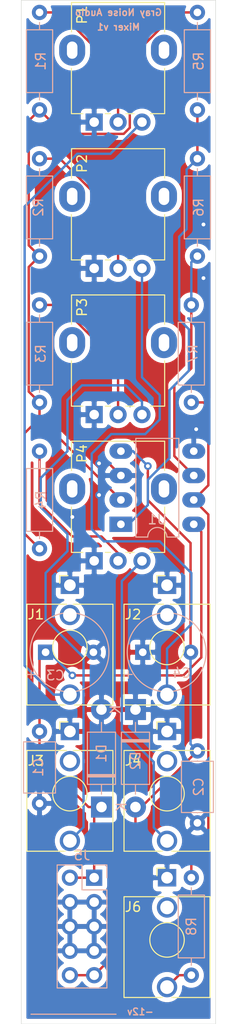
<source format=kicad_pcb>
(kicad_pcb (version 20171130) (host pcbnew 5.1.7-1.fc31)
  (layers (0 F.Cu signal) (31 B.Cu signal) (34 B.Paste user) (35 F.Paste user) (36 B.SilkS user) (37 F.SilkS user) (38 B.Mask user) (39 F.Mask user) (44 Edge.Cuts user))
  (net 0 "")
  (net 1 GND)
  (net 2 +12V)
  (net 3 -12V)
  (net 4 "Net-(J1-PadT)")
  (net 5 "Net-(J2-PadT)")
  (net 6 "Net-(J3-PadT)")
  (net 7 "Net-(J4-PadT)")
  (net 8 "Net-(J6-PadT)")
  (net 9 "Net-(P1-Pad2)")
  (net 10 "Net-(P2-Pad2)")
  (net 11 "Net-(P3-Pad2)")
  (net 12 "Net-(P4-Pad2)")
  (net 13 "Net-(R1-Pad1)")
  (net 14 "Net-(R5-Pad1)")
  (net 15 "Net-(R6-Pad1)")
  (net 16 "Net-(R7-Pad1)")
  (module Package_DIP:DIP-8_W7.62mm_LongPads (layer B.Cu) (at 35.814 74.93)
    (fp_text reference U1 (at 3.81 -0.508) (layer B.SilkS) (effects (justify mirror)))
    (fp_text value TL072)
    (fp_arc (start 3.81 1.33) (end 2.81 1.33) (angle 180) (layer B.SilkS) (width 0.12))
    (fp_line (start 2.81 1.33) (end 1.56 1.33) (layer B.SilkS) (width 0.12))
    (fp_line (start 1.56 1.33) (end 1.56 -8.95) (layer B.SilkS) (width 0.12))
    (fp_line (start 1.56 -8.95) (end 6.06 -8.95) (layer B.SilkS) (width 0.12))
    (fp_line (start 6.06 -8.95) (end 6.06 1.33) (layer B.SilkS) (width 0.12))
    (fp_line (start 6.06 1.33) (end 4.81 1.33) (layer B.SilkS) (width 0.12))
    (pad 8 thru_hole oval (at 7.62 0) (size 2.4 1.6) (drill 0.8) (layers *.Cu *.Mask) (net 2 +12V))
    (pad 4 thru_hole oval (at 0 -7.62) (size 2.4 1.6) (drill 0.8) (layers *.Cu *.Mask) (net 3 -12V))
    (pad 7 thru_hole oval (at 7.62 -2.54) (size 2.4 1.6) (drill 0.8) (layers *.Cu *.Mask) (net 16 "Net-(R7-Pad1)"))
    (pad 3 thru_hole oval (at 0 -5.08) (size 2.4 1.6) (drill 0.8) (layers *.Cu *.Mask) (net 1 GND))
    (pad 6 thru_hole oval (at 7.62 -5.08) (size 2.4 1.6) (drill 0.8) (layers *.Cu *.Mask) (net 15 "Net-(R6-Pad1)"))
    (pad 2 thru_hole oval (at 0 -2.54) (size 2.4 1.6) (drill 0.8) (layers *.Cu *.Mask) (net 13 "Net-(R1-Pad1)"))
    (pad 5 thru_hole oval (at 7.62 -7.62) (size 2.4 1.6) (drill 0.8) (layers *.Cu *.Mask) (net 1 GND))
    (pad 1 thru_hole rect (at 0 0) (size 2.4 1.6) (drill 0.8) (layers *.Cu *.Mask) (net 14 "Net-(R5-Pad1)"))
  )
  (module Resistor_THT:R_Axial_DIN0207_L6.3mm_D2.5mm_P10.16mm_Horizontal (layer B.Cu) (at 43.18 121.92 90)
    (fp_text reference R8 (at 5.08 0 270) (layer B.SilkS) (effects (justify mirror)))
    (fp_text value 1K)
    (fp_line (start 1.81 1.37) (end 1.81 -1.37) (layer B.SilkS) (width 0.12))
    (fp_line (start 1.81 -1.37) (end 8.35 -1.37) (layer B.SilkS) (width 0.12))
    (fp_line (start 8.35 -1.37) (end 8.35 1.37) (layer B.SilkS) (width 0.12))
    (fp_line (start 8.35 1.37) (end 1.81 1.37) (layer B.SilkS) (width 0.12))
    (fp_line (start 1.04 0) (end 1.81 0) (layer B.SilkS) (width 0.12))
    (fp_line (start 9.12 0) (end 8.35 0) (layer B.SilkS) (width 0.12))
    (pad 2 thru_hole oval (at 10.16 0 90) (size 1.6 1.6) (drill 0.8) (layers *.Cu *.Mask) (net 16 "Net-(R7-Pad1)"))
    (pad 1 thru_hole circle (at 0 0 90) (size 1.6 1.6) (drill 0.8) (layers *.Cu *.Mask) (net 8 "Net-(J6-PadT)"))
  )
  (module Resistor_THT:R_Axial_DIN0207_L6.3mm_D2.5mm_P10.16mm_Horizontal (layer B.Cu) (at 43.18 62.23 90)
    (fp_text reference R7 (at 5.08 0.127 270) (layer B.SilkS) (effects (justify mirror)))
    (fp_text value 200K)
    (fp_line (start 1.81 1.37) (end 1.81 -1.37) (layer B.SilkS) (width 0.12))
    (fp_line (start 1.81 -1.37) (end 8.35 -1.37) (layer B.SilkS) (width 0.12))
    (fp_line (start 8.35 -1.37) (end 8.35 1.37) (layer B.SilkS) (width 0.12))
    (fp_line (start 8.35 1.37) (end 1.81 1.37) (layer B.SilkS) (width 0.12))
    (fp_line (start 1.04 0) (end 1.81 0) (layer B.SilkS) (width 0.12))
    (fp_line (start 9.12 0) (end 8.35 0) (layer B.SilkS) (width 0.12))
    (pad 2 thru_hole oval (at 10.16 0 90) (size 1.6 1.6) (drill 0.8) (layers *.Cu *.Mask) (net 15 "Net-(R6-Pad1)"))
    (pad 1 thru_hole circle (at 0 0 90) (size 1.6 1.6) (drill 0.8) (layers *.Cu *.Mask) (net 16 "Net-(R7-Pad1)"))
  )
  (module Resistor_THT:R_Axial_DIN0207_L6.3mm_D2.5mm_P10.16mm_Horizontal (layer B.Cu) (at 43.815 46.99 90)
    (fp_text reference R6 (at 5.08 0.127 270) (layer B.SilkS) (effects (justify mirror)))
    (fp_text value 200K)
    (fp_line (start 1.81 1.37) (end 1.81 -1.37) (layer B.SilkS) (width 0.12))
    (fp_line (start 1.81 -1.37) (end 8.35 -1.37) (layer B.SilkS) (width 0.12))
    (fp_line (start 8.35 -1.37) (end 8.35 1.37) (layer B.SilkS) (width 0.12))
    (fp_line (start 8.35 1.37) (end 1.81 1.37) (layer B.SilkS) (width 0.12))
    (fp_line (start 1.04 0) (end 1.81 0) (layer B.SilkS) (width 0.12))
    (fp_line (start 9.12 0) (end 8.35 0) (layer B.SilkS) (width 0.12))
    (pad 2 thru_hole oval (at 10.16 0 90) (size 1.6 1.6) (drill 0.8) (layers *.Cu *.Mask) (net 14 "Net-(R5-Pad1)"))
    (pad 1 thru_hole circle (at 0 0 90) (size 1.6 1.6) (drill 0.8) (layers *.Cu *.Mask) (net 15 "Net-(R6-Pad1)"))
  )
  (module Resistor_THT:R_Axial_DIN0207_L6.3mm_D2.5mm_P10.16mm_Horizontal (layer B.Cu) (at 43.815 31.75 90)
    (fp_text reference R5 (at 5.08 0.127 90) (layer B.SilkS) (effects (justify mirror)))
    (fp_text value 200K)
    (fp_line (start 1.81 1.37) (end 1.81 -1.37) (layer B.SilkS) (width 0.12))
    (fp_line (start 1.81 -1.37) (end 8.35 -1.37) (layer B.SilkS) (width 0.12))
    (fp_line (start 8.35 -1.37) (end 8.35 1.37) (layer B.SilkS) (width 0.12))
    (fp_line (start 8.35 1.37) (end 1.81 1.37) (layer B.SilkS) (width 0.12))
    (fp_line (start 1.04 0) (end 1.81 0) (layer B.SilkS) (width 0.12))
    (fp_line (start 9.12 0) (end 8.35 0) (layer B.SilkS) (width 0.12))
    (pad 2 thru_hole oval (at 10.16 0 90) (size 1.6 1.6) (drill 0.8) (layers *.Cu *.Mask) (net 13 "Net-(R1-Pad1)"))
    (pad 1 thru_hole circle (at 0 0 90) (size 1.6 1.6) (drill 0.8) (layers *.Cu *.Mask) (net 14 "Net-(R5-Pad1)"))
  )
  (module Resistor_THT:R_Axial_DIN0207_L6.3mm_D2.5mm_P10.16mm_Horizontal (layer B.Cu) (at 27.305 77.47 90)
    (fp_text reference R4 (at 5.08 0.127 270) (layer B.SilkS) (effects (justify mirror)))
    (fp_text value 200K)
    (fp_line (start 1.81 1.37) (end 1.81 -1.37) (layer B.SilkS) (width 0.12))
    (fp_line (start 1.81 -1.37) (end 8.35 -1.37) (layer B.SilkS) (width 0.12))
    (fp_line (start 8.35 -1.37) (end 8.35 1.37) (layer B.SilkS) (width 0.12))
    (fp_line (start 8.35 1.37) (end 1.81 1.37) (layer B.SilkS) (width 0.12))
    (fp_line (start 1.04 0) (end 1.81 0) (layer B.SilkS) (width 0.12))
    (fp_line (start 9.12 0) (end 8.35 0) (layer B.SilkS) (width 0.12))
    (pad 2 thru_hole oval (at 10.16 0 90) (size 1.6 1.6) (drill 0.8) (layers *.Cu *.Mask) (net 12 "Net-(P4-Pad2)"))
    (pad 1 thru_hole circle (at 0 0 90) (size 1.6 1.6) (drill 0.8) (layers *.Cu *.Mask) (net 13 "Net-(R1-Pad1)"))
  )
  (module Resistor_THT:R_Axial_DIN0207_L6.3mm_D2.5mm_P10.16mm_Horizontal (layer B.Cu) (at 27.305 62.23 90)
    (fp_text reference R3 (at 5.08 0.127 270) (layer B.SilkS) (effects (justify mirror)))
    (fp_text value 200K)
    (fp_line (start 1.81 1.37) (end 1.81 -1.37) (layer B.SilkS) (width 0.12))
    (fp_line (start 1.81 -1.37) (end 8.35 -1.37) (layer B.SilkS) (width 0.12))
    (fp_line (start 8.35 -1.37) (end 8.35 1.37) (layer B.SilkS) (width 0.12))
    (fp_line (start 8.35 1.37) (end 1.81 1.37) (layer B.SilkS) (width 0.12))
    (fp_line (start 1.04 0) (end 1.81 0) (layer B.SilkS) (width 0.12))
    (fp_line (start 9.12 0) (end 8.35 0) (layer B.SilkS) (width 0.12))
    (pad 2 thru_hole oval (at 10.16 0 90) (size 1.6 1.6) (drill 0.8) (layers *.Cu *.Mask) (net 11 "Net-(P3-Pad2)"))
    (pad 1 thru_hole circle (at 0 0 90) (size 1.6 1.6) (drill 0.8) (layers *.Cu *.Mask) (net 13 "Net-(R1-Pad1)"))
  )
  (module Resistor_THT:R_Axial_DIN0207_L6.3mm_D2.5mm_P10.16mm_Horizontal (layer B.Cu) (at 27.305 46.99 90)
    (fp_text reference R2 (at 5.08 -0.127 270) (layer B.SilkS) (effects (justify mirror)))
    (fp_text value 200K)
    (fp_line (start 1.81 1.37) (end 1.81 -1.37) (layer B.SilkS) (width 0.12))
    (fp_line (start 1.81 -1.37) (end 8.35 -1.37) (layer B.SilkS) (width 0.12))
    (fp_line (start 8.35 -1.37) (end 8.35 1.37) (layer B.SilkS) (width 0.12))
    (fp_line (start 8.35 1.37) (end 1.81 1.37) (layer B.SilkS) (width 0.12))
    (fp_line (start 1.04 0) (end 1.81 0) (layer B.SilkS) (width 0.12))
    (fp_line (start 9.12 0) (end 8.35 0) (layer B.SilkS) (width 0.12))
    (pad 2 thru_hole oval (at 10.16 0 90) (size 1.6 1.6) (drill 0.8) (layers *.Cu *.Mask) (net 10 "Net-(P2-Pad2)"))
    (pad 1 thru_hole circle (at 0 0 90) (size 1.6 1.6) (drill 0.8) (layers *.Cu *.Mask) (net 13 "Net-(R1-Pad1)"))
  )
  (module Resistor_THT:R_Axial_DIN0207_L6.3mm_D2.5mm_P10.16mm_Horizontal (layer B.Cu) (at 27.305 31.75 90)
    (fp_text reference R1 (at 5.08 0.127 270) (layer B.SilkS) (effects (justify mirror)))
    (fp_text value 200K)
    (fp_line (start 1.81 1.37) (end 1.81 -1.37) (layer B.SilkS) (width 0.12))
    (fp_line (start 1.81 -1.37) (end 8.35 -1.37) (layer B.SilkS) (width 0.12))
    (fp_line (start 8.35 -1.37) (end 8.35 1.37) (layer B.SilkS) (width 0.12))
    (fp_line (start 8.35 1.37) (end 1.81 1.37) (layer B.SilkS) (width 0.12))
    (fp_line (start 1.04 0) (end 1.81 0) (layer B.SilkS) (width 0.12))
    (fp_line (start 9.12 0) (end 8.35 0) (layer B.SilkS) (width 0.12))
    (pad 2 thru_hole oval (at 10.16 0 90) (size 1.6 1.6) (drill 0.8) (layers *.Cu *.Mask) (net 9 "Net-(P1-Pad2)"))
    (pad 1 thru_hole circle (at 0 0 90) (size 1.6 1.6) (drill 0.8) (layers *.Cu *.Mask) (net 13 "Net-(R1-Pad1)"))
  )
  (module Potentiometer_THT:Potentiometer_Alpha_RD901F-40-00D_Single_Vertical (layer F.Cu) (at 33.02 78.74 90)
    (fp_text reference P4 (at 11.176 -1.27 270) (layer F.SilkS))
    (fp_text value 100K)
    (fp_line (start 12.47 7.37) (end 12.47 -2.37) (layer F.SilkS) (width 0.12))
    (fp_line (start 0.88 7.37) (end 0.88 5.88) (layer F.SilkS) (width 0.12))
    (fp_line (start 9.41 7.37) (end 12.47 7.37) (layer F.SilkS) (width 0.12))
    (fp_line (start 0.88 -2.38) (end 5.6 -2.38) (layer F.SilkS) (width 0.12))
    (fp_line (start 9.41 -2.37) (end 12.47 -2.37) (layer F.SilkS) (width 0.12))
    (fp_line (start 0.88 7.37) (end 5.6 7.37) (layer F.SilkS) (width 0.12))
    (fp_line (start 0.88 -1.19) (end 0.88 -2.37) (layer F.SilkS) (width 0.12))
    (fp_line (start 0.88 1.71) (end 0.88 1.18) (layer F.SilkS) (width 0.12))
    (fp_line (start 0.88 4.16) (end 0.88 3.33) (layer F.SilkS) (width 0.12))
    (pad "" thru_hole oval (at 7.5 -2.3 180) (size 2.72 3.24) (drill oval 1.1 1.8) (layers *.Cu *.Mask))
    (pad "" thru_hole oval (at 7.5 7.3 180) (size 2.72 3.24) (drill oval 1.1 1.8) (layers *.Cu *.Mask))
    (pad 3 thru_hole circle (at 0 5 180) (size 1.8 1.8) (drill 1) (layers *.Cu *.Mask) (net 7 "Net-(J4-PadT)"))
    (pad 2 thru_hole circle (at 0 2.5 180) (size 1.8 1.8) (drill 1) (layers *.Cu *.Mask) (net 12 "Net-(P4-Pad2)"))
    (pad 1 thru_hole rect (at 0 0 180) (size 1.8 1.8) (drill 1) (layers *.Cu *.Mask) (net 1 GND))
  )
  (module Potentiometer_THT:Potentiometer_Alpha_RD901F-40-00D_Single_Vertical (layer F.Cu) (at 33.02 63.5 90)
    (fp_text reference P3 (at 11.176 -1.27 270) (layer F.SilkS))
    (fp_text value 100K)
    (fp_line (start 12.47 7.37) (end 12.47 -2.37) (layer F.SilkS) (width 0.12))
    (fp_line (start 0.88 7.37) (end 0.88 5.88) (layer F.SilkS) (width 0.12))
    (fp_line (start 9.41 7.37) (end 12.47 7.37) (layer F.SilkS) (width 0.12))
    (fp_line (start 0.88 -2.38) (end 5.6 -2.38) (layer F.SilkS) (width 0.12))
    (fp_line (start 9.41 -2.37) (end 12.47 -2.37) (layer F.SilkS) (width 0.12))
    (fp_line (start 0.88 7.37) (end 5.6 7.37) (layer F.SilkS) (width 0.12))
    (fp_line (start 0.88 -1.19) (end 0.88 -2.37) (layer F.SilkS) (width 0.12))
    (fp_line (start 0.88 1.71) (end 0.88 1.18) (layer F.SilkS) (width 0.12))
    (fp_line (start 0.88 4.16) (end 0.88 3.33) (layer F.SilkS) (width 0.12))
    (pad "" thru_hole oval (at 7.5 -2.3 180) (size 2.72 3.24) (drill oval 1.1 1.8) (layers *.Cu *.Mask))
    (pad "" thru_hole oval (at 7.5 7.3 180) (size 2.72 3.24) (drill oval 1.1 1.8) (layers *.Cu *.Mask))
    (pad 3 thru_hole circle (at 0 5 180) (size 1.8 1.8) (drill 1) (layers *.Cu *.Mask) (net 6 "Net-(J3-PadT)"))
    (pad 2 thru_hole circle (at 0 2.5 180) (size 1.8 1.8) (drill 1) (layers *.Cu *.Mask) (net 11 "Net-(P3-Pad2)"))
    (pad 1 thru_hole rect (at 0 0 180) (size 1.8 1.8) (drill 1) (layers *.Cu *.Mask) (net 1 GND))
  )
  (module Potentiometer_THT:Potentiometer_Alpha_RD901F-40-00D_Single_Vertical (layer F.Cu) (at 33.02 48.26 90)
    (fp_text reference P2 (at 10.922 -1.27 270) (layer F.SilkS))
    (fp_text value 100K)
    (fp_line (start 12.47 7.37) (end 12.47 -2.37) (layer F.SilkS) (width 0.12))
    (fp_line (start 0.88 7.37) (end 0.88 5.88) (layer F.SilkS) (width 0.12))
    (fp_line (start 9.41 7.37) (end 12.47 7.37) (layer F.SilkS) (width 0.12))
    (fp_line (start 0.88 -2.38) (end 5.6 -2.38) (layer F.SilkS) (width 0.12))
    (fp_line (start 9.41 -2.37) (end 12.47 -2.37) (layer F.SilkS) (width 0.12))
    (fp_line (start 0.88 7.37) (end 5.6 7.37) (layer F.SilkS) (width 0.12))
    (fp_line (start 0.88 -1.19) (end 0.88 -2.37) (layer F.SilkS) (width 0.12))
    (fp_line (start 0.88 1.71) (end 0.88 1.18) (layer F.SilkS) (width 0.12))
    (fp_line (start 0.88 4.16) (end 0.88 3.33) (layer F.SilkS) (width 0.12))
    (pad "" thru_hole oval (at 7.5 -2.3 180) (size 2.72 3.24) (drill oval 1.1 1.8) (layers *.Cu *.Mask))
    (pad "" thru_hole oval (at 7.5 7.3 180) (size 2.72 3.24) (drill oval 1.1 1.8) (layers *.Cu *.Mask))
    (pad 3 thru_hole circle (at 0 5 180) (size 1.8 1.8) (drill 1) (layers *.Cu *.Mask) (net 5 "Net-(J2-PadT)"))
    (pad 2 thru_hole circle (at 0 2.5 180) (size 1.8 1.8) (drill 1) (layers *.Cu *.Mask) (net 10 "Net-(P2-Pad2)"))
    (pad 1 thru_hole rect (at 0 0 180) (size 1.8 1.8) (drill 1) (layers *.Cu *.Mask) (net 1 GND))
  )
  (module Potentiometer_THT:Potentiometer_Alpha_RD901F-40-00D_Single_Vertical (layer F.Cu) (at 33.02 33.02 90)
    (fp_text reference P1 (at 11.176 -1.27 270) (layer F.SilkS))
    (fp_text value 100K)
    (fp_line (start 12.47 7.37) (end 12.47 -2.37) (layer F.SilkS) (width 0.12))
    (fp_line (start 0.88 7.37) (end 0.88 5.88) (layer F.SilkS) (width 0.12))
    (fp_line (start 9.41 7.37) (end 12.47 7.37) (layer F.SilkS) (width 0.12))
    (fp_line (start 0.88 -2.38) (end 5.6 -2.38) (layer F.SilkS) (width 0.12))
    (fp_line (start 9.41 -2.37) (end 12.47 -2.37) (layer F.SilkS) (width 0.12))
    (fp_line (start 0.88 7.37) (end 5.6 7.37) (layer F.SilkS) (width 0.12))
    (fp_line (start 0.88 -1.19) (end 0.88 -2.37) (layer F.SilkS) (width 0.12))
    (fp_line (start 0.88 1.71) (end 0.88 1.18) (layer F.SilkS) (width 0.12))
    (fp_line (start 0.88 4.16) (end 0.88 3.33) (layer F.SilkS) (width 0.12))
    (pad "" thru_hole oval (at 7.5 -2.3 180) (size 2.72 3.24) (drill oval 1.1 1.8) (layers *.Cu *.Mask))
    (pad "" thru_hole oval (at 7.5 7.3 180) (size 2.72 3.24) (drill oval 1.1 1.8) (layers *.Cu *.Mask))
    (pad 3 thru_hole circle (at 0 5 180) (size 1.8 1.8) (drill 1) (layers *.Cu *.Mask) (net 4 "Net-(J1-PadT)"))
    (pad 2 thru_hole circle (at 0 2.5 180) (size 1.8 1.8) (drill 1) (layers *.Cu *.Mask) (net 9 "Net-(P1-Pad2)"))
    (pad 1 thru_hole rect (at 0 0 180) (size 1.8 1.8) (drill 1) (layers *.Cu *.Mask) (net 1 GND))
  )
  (module Connector_Audio:Jack_3.5mm_QingPu_WQP-PJ398SM_Vertical_CircularHoles (layer F.Cu) (at 40.64 111.76)
    (fp_text reference J6 (at -3.556 3.048 180) (layer F.SilkS))
    (fp_text value AudioJack2)
    (fp_line (start -1.06 -1) (end -0.2 -1) (layer F.SilkS) (width 0.12))
    (fp_line (start -1.06 -1) (end -1.06 -0.2) (layer F.SilkS) (width 0.12))
    (fp_circle (center 0 6.48) (end 1.8 6.48) (layer F.SilkS) (width 0.12))
    (fp_line (start -0.35 1.98) (end -4.5 1.98) (layer F.SilkS) (width 0.12))
    (fp_line (start 4.5 1.98) (end 0.35 1.98) (layer F.SilkS) (width 0.12))
    (fp_line (start -0.5 12.48) (end -4.5 12.48) (layer F.SilkS) (width 0.12))
    (fp_line (start 4.5 12.48) (end 0.5 12.48) (layer F.SilkS) (width 0.12))
    (fp_line (start 4.5 1.98) (end 4.5 12.48) (layer F.SilkS) (width 0.12))
    (fp_line (start -4.5 1.98) (end -4.5 12.48) (layer F.SilkS) (width 0.12))
    (pad TN thru_hole circle (at 0 3.1 180) (size 2.13 2.13) (drill 1.42) (layers *.Cu *.Mask))
    (pad S thru_hole rect (at 0 0 180) (size 1.93 1.83) (drill 1.22) (layers *.Cu *.Mask) (net 1 GND))
    (pad T thru_hole circle (at 0 11.4 180) (size 2.13 2.13) (drill 1.43) (layers *.Cu *.Mask) (net 8 "Net-(J6-PadT)"))
  )
  (module Connector_PinHeader_2.54mm:PinHeader_2x05_P2.54mm_Vertical (layer B.Cu) (at 33.02 111.76 180)
    (fp_text reference J5 (at 1.27 2.33) (layer B.SilkS) (effects (justify mirror)))
    (fp_text value Conn_02x05_Odd_Even)
    (fp_line (start -1.33 -11.49) (end 3.87 -11.49) (layer B.SilkS) (width 0.12))
    (fp_line (start -1.33 -1.27) (end -1.33 -11.49) (layer B.SilkS) (width 0.12))
    (fp_line (start 3.87 1.33) (end 3.87 -11.49) (layer B.SilkS) (width 0.12))
    (fp_line (start -1.33 -1.27) (end 1.27 -1.27) (layer B.SilkS) (width 0.12))
    (fp_line (start 1.27 -1.27) (end 1.27 1.33) (layer B.SilkS) (width 0.12))
    (fp_line (start 1.27 1.33) (end 3.87 1.33) (layer B.SilkS) (width 0.12))
    (fp_line (start -1.33 0) (end -1.33 1.33) (layer B.SilkS) (width 0.12))
    (fp_line (start -1.33 1.33) (end 0 1.33) (layer B.SilkS) (width 0.12))
    (pad 10 thru_hole oval (at 2.54 -10.16 180) (size 1.7 1.7) (drill 1) (layers *.Cu *.Mask) (net 3 -12V))
    (pad 9 thru_hole oval (at 0 -10.16 180) (size 1.7 1.7) (drill 1) (layers *.Cu *.Mask) (net 3 -12V))
    (pad 8 thru_hole oval (at 2.54 -7.62 180) (size 1.7 1.7) (drill 1) (layers *.Cu *.Mask) (net 1 GND))
    (pad 7 thru_hole oval (at 0 -7.62 180) (size 1.7 1.7) (drill 1) (layers *.Cu *.Mask) (net 1 GND))
    (pad 6 thru_hole oval (at 2.54 -5.08 180) (size 1.7 1.7) (drill 1) (layers *.Cu *.Mask) (net 1 GND))
    (pad 5 thru_hole oval (at 0 -5.08 180) (size 1.7 1.7) (drill 1) (layers *.Cu *.Mask) (net 1 GND))
    (pad 4 thru_hole oval (at 2.54 -2.54 180) (size 1.7 1.7) (drill 1) (layers *.Cu *.Mask) (net 1 GND))
    (pad 3 thru_hole oval (at 0 -2.54 180) (size 1.7 1.7) (drill 1) (layers *.Cu *.Mask) (net 1 GND))
    (pad 2 thru_hole oval (at 2.54 0 180) (size 1.7 1.7) (drill 1) (layers *.Cu *.Mask) (net 2 +12V))
    (pad 1 thru_hole rect (at 0 0 180) (size 1.7 1.7) (drill 1) (layers *.Cu *.Mask) (net 2 +12V))
  )
  (module Connector_Audio:Jack_3.5mm_QingPu_WQP-PJ398SM_Vertical_CircularHoles (layer F.Cu) (at 40.64 96.52)
    (fp_text reference J4 (at -3.556 3.048 180) (layer F.SilkS))
    (fp_text value AudioJack2)
    (fp_line (start -4.5 1.98) (end -4.5 12.48) (layer F.SilkS) (width 0.12))
    (fp_line (start 4.5 1.98) (end 4.5 12.48) (layer F.SilkS) (width 0.12))
    (fp_line (start 4.5 12.48) (end 0.5 12.48) (layer F.SilkS) (width 0.12))
    (fp_line (start -0.5 12.48) (end -4.5 12.48) (layer F.SilkS) (width 0.12))
    (fp_line (start 4.5 1.98) (end 0.35 1.98) (layer F.SilkS) (width 0.12))
    (fp_line (start -0.35 1.98) (end -4.5 1.98) (layer F.SilkS) (width 0.12))
    (fp_circle (center 0 6.48) (end 1.8 6.48) (layer F.SilkS) (width 0.12))
    (fp_line (start -1.06 -1) (end -1.06 -0.2) (layer F.SilkS) (width 0.12))
    (fp_line (start -1.06 -1) (end -0.2 -1) (layer F.SilkS) (width 0.12))
    (pad T thru_hole circle (at 0 11.4 180) (size 2.13 2.13) (drill 1.43) (layers *.Cu *.Mask) (net 7 "Net-(J4-PadT)"))
    (pad S thru_hole rect (at 0 0 180) (size 1.93 1.83) (drill 1.22) (layers *.Cu *.Mask) (net 1 GND))
    (pad TN thru_hole circle (at 0 3.1 180) (size 2.13 2.13) (drill 1.42) (layers *.Cu *.Mask))
  )
  (module Connector_Audio:Jack_3.5mm_QingPu_WQP-PJ398SM_Vertical_CircularHoles (layer F.Cu) (at 30.48 96.52)
    (fp_text reference J3 (at -3.556 3.048 180) (layer F.SilkS))
    (fp_text value AudioJack2)
    (fp_line (start -1.06 -1) (end -0.2 -1) (layer F.SilkS) (width 0.12))
    (fp_line (start -1.06 -1) (end -1.06 -0.2) (layer F.SilkS) (width 0.12))
    (fp_circle (center 0 6.48) (end 1.8 6.48) (layer F.SilkS) (width 0.12))
    (fp_line (start -0.35 1.98) (end -4.5 1.98) (layer F.SilkS) (width 0.12))
    (fp_line (start 4.5 1.98) (end 0.35 1.98) (layer F.SilkS) (width 0.12))
    (fp_line (start -0.5 12.48) (end -4.5 12.48) (layer F.SilkS) (width 0.12))
    (fp_line (start 4.5 12.48) (end 0.5 12.48) (layer F.SilkS) (width 0.12))
    (fp_line (start 4.5 1.98) (end 4.5 12.48) (layer F.SilkS) (width 0.12))
    (fp_line (start -4.5 1.98) (end -4.5 12.48) (layer F.SilkS) (width 0.12))
    (pad TN thru_hole circle (at 0 3.1 180) (size 2.13 2.13) (drill 1.42) (layers *.Cu *.Mask))
    (pad S thru_hole rect (at 0 0 180) (size 1.93 1.83) (drill 1.22) (layers *.Cu *.Mask) (net 1 GND))
    (pad T thru_hole circle (at 0 11.4 180) (size 2.13 2.13) (drill 1.43) (layers *.Cu *.Mask) (net 6 "Net-(J3-PadT)"))
  )
  (module Connector_Audio:Jack_3.5mm_QingPu_WQP-PJ398SM_Vertical_CircularHoles (layer F.Cu) (at 40.64 81.28)
    (fp_text reference J2 (at -3.556 3.048 180) (layer F.SilkS))
    (fp_text value AudioJack2)
    (fp_line (start -4.5 1.98) (end -4.5 12.48) (layer F.SilkS) (width 0.12))
    (fp_line (start 4.5 1.98) (end 4.5 12.48) (layer F.SilkS) (width 0.12))
    (fp_line (start 4.5 12.48) (end 0.5 12.48) (layer F.SilkS) (width 0.12))
    (fp_line (start -0.5 12.48) (end -4.5 12.48) (layer F.SilkS) (width 0.12))
    (fp_line (start 4.5 1.98) (end 0.35 1.98) (layer F.SilkS) (width 0.12))
    (fp_line (start -0.35 1.98) (end -4.5 1.98) (layer F.SilkS) (width 0.12))
    (fp_circle (center 0 6.48) (end 1.8 6.48) (layer F.SilkS) (width 0.12))
    (fp_line (start -1.06 -1) (end -1.06 -0.2) (layer F.SilkS) (width 0.12))
    (fp_line (start -1.06 -1) (end -0.2 -1) (layer F.SilkS) (width 0.12))
    (pad T thru_hole circle (at 0 11.4 180) (size 2.13 2.13) (drill 1.43) (layers *.Cu *.Mask) (net 5 "Net-(J2-PadT)"))
    (pad S thru_hole rect (at 0 0 180) (size 1.93 1.83) (drill 1.22) (layers *.Cu *.Mask) (net 1 GND))
    (pad TN thru_hole circle (at 0 3.1 180) (size 2.13 2.13) (drill 1.42) (layers *.Cu *.Mask))
  )
  (module Connector_Audio:Jack_3.5mm_QingPu_WQP-PJ398SM_Vertical_CircularHoles (layer F.Cu) (at 30.48 81.28)
    (fp_text reference J1 (at -3.556 3.048 180) (layer F.SilkS))
    (fp_text value AudioJack2)
    (fp_line (start -4.5 1.98) (end -4.5 12.48) (layer F.SilkS) (width 0.12))
    (fp_line (start 4.5 1.98) (end 4.5 12.48) (layer F.SilkS) (width 0.12))
    (fp_line (start 4.5 12.48) (end 0.5 12.48) (layer F.SilkS) (width 0.12))
    (fp_line (start -0.5 12.48) (end -4.5 12.48) (layer F.SilkS) (width 0.12))
    (fp_line (start 4.5 1.98) (end 0.35 1.98) (layer F.SilkS) (width 0.12))
    (fp_line (start -0.35 1.98) (end -4.5 1.98) (layer F.SilkS) (width 0.12))
    (fp_circle (center 0 6.48) (end 1.8 6.48) (layer F.SilkS) (width 0.12))
    (fp_line (start -1.06 -1) (end -1.06 -0.2) (layer F.SilkS) (width 0.12))
    (fp_line (start -1.06 -1) (end -0.2 -1) (layer F.SilkS) (width 0.12))
    (pad T thru_hole circle (at 0 11.4 180) (size 2.13 2.13) (drill 1.43) (layers *.Cu *.Mask) (net 4 "Net-(J1-PadT)"))
    (pad S thru_hole rect (at 0 0 180) (size 1.93 1.83) (drill 1.22) (layers *.Cu *.Mask) (net 1 GND))
    (pad TN thru_hole circle (at 0 3.1 180) (size 2.13 2.13) (drill 1.42) (layers *.Cu *.Mask))
  )
  (module Diode_THT:D_DO-41_SOD81_P10.16mm_Horizontal (layer B.Cu) (at 37.338 94.234 270)
    (fp_text reference D2 (at 5.334 0 270) (layer B.SilkS) (effects (justify mirror)))
    (fp_text value 1N4001)
    (fp_text user K (at 0 2.1 270) (layer B.SilkS) (effects (justify mirror)))
    (fp_line (start 2.36 1.47) (end 2.36 -1.47) (layer B.SilkS) (width 0.12))
    (fp_line (start 2.36 -1.47) (end 7.8 -1.47) (layer B.SilkS) (width 0.12))
    (fp_line (start 7.8 -1.47) (end 7.8 1.47) (layer B.SilkS) (width 0.12))
    (fp_line (start 7.8 1.47) (end 2.36 1.47) (layer B.SilkS) (width 0.12))
    (fp_line (start 1.34 0) (end 2.36 0) (layer B.SilkS) (width 0.12))
    (fp_line (start 8.82 0) (end 7.8 0) (layer B.SilkS) (width 0.12))
    (fp_line (start 3.26 1.47) (end 3.26 -1.47) (layer B.SilkS) (width 0.12))
    (fp_line (start 3.38 1.47) (end 3.38 -1.47) (layer B.SilkS) (width 0.12))
    (fp_line (start 3.14 1.47) (end 3.14 -1.47) (layer B.SilkS) (width 0.12))
    (pad 2 thru_hole oval (at 10.16 0 270) (size 2.2 2.2) (drill 1.1) (layers *.Cu *.Mask) (net 3 -12V))
    (pad 1 thru_hole rect (at 0 0 270) (size 2.2 2.2) (drill 1.1) (layers *.Cu *.Mask) (net 1 GND))
  )
  (module Diode_THT:D_DO-41_SOD81_P10.16mm_Horizontal (layer B.Cu) (at 33.782 104.394 90)
    (fp_text reference D1 (at 5.588 0 90) (layer B.SilkS) (effects (justify mirror)))
    (fp_text value 1N4001)
    (fp_text user K (at 0 2.1 90) (layer B.SilkS) (effects (justify mirror)))
    (fp_line (start 2.36 1.47) (end 2.36 -1.47) (layer B.SilkS) (width 0.12))
    (fp_line (start 2.36 -1.47) (end 7.8 -1.47) (layer B.SilkS) (width 0.12))
    (fp_line (start 7.8 -1.47) (end 7.8 1.47) (layer B.SilkS) (width 0.12))
    (fp_line (start 7.8 1.47) (end 2.36 1.47) (layer B.SilkS) (width 0.12))
    (fp_line (start 1.34 0) (end 2.36 0) (layer B.SilkS) (width 0.12))
    (fp_line (start 8.82 0) (end 7.8 0) (layer B.SilkS) (width 0.12))
    (fp_line (start 3.26 1.47) (end 3.26 -1.47) (layer B.SilkS) (width 0.12))
    (fp_line (start 3.38 1.47) (end 3.38 -1.47) (layer B.SilkS) (width 0.12))
    (fp_line (start 3.14 1.47) (end 3.14 -1.47) (layer B.SilkS) (width 0.12))
    (pad 2 thru_hole oval (at 10.16 0 90) (size 2.2 2.2) (drill 1.1) (layers *.Cu *.Mask) (net 1 GND))
    (pad 1 thru_hole rect (at 0 0 90) (size 2.2 2.2) (drill 1.1) (layers *.Cu *.Mask) (net 2 +12V))
  )
  (module Capacitor_THT:CP_Radial_Tantal_D8.0mm_P5.00mm (layer B.Cu) (at 38.1 88.265)
    (fp_text reference C4 (at 4.064 2.159) (layer B.SilkS) (effects (justify mirror)))
    (fp_text value CP1)
    (fp_circle (center 2.5 0) (end 6.62 0) (layer B.SilkS) (width 0.12))
    (fp_line (start -1.909698 2.315) (end -1.109698 2.315) (layer B.SilkS) (width 0.12))
    (fp_line (start -1.509698 2.715) (end -1.509698 1.915) (layer B.SilkS) (width 0.12))
    (pad 2 thru_hole circle (at 5 0) (size 1.6 1.6) (drill 0.8) (layers *.Cu *.Mask) (net 3 -12V))
    (pad 1 thru_hole rect (at 0 0) (size 1.6 1.6) (drill 0.8) (layers *.Cu *.Mask) (net 1 GND))
  )
  (module Capacitor_THT:CP_Radial_Tantal_D8.0mm_P5.00mm (layer B.Cu) (at 27.94 88.265)
    (fp_text reference C3 (at 1.016 2.413) (layer B.SilkS) (effects (justify mirror)))
    (fp_text value CP1)
    (fp_circle (center 2.5 0) (end 6.62 0) (layer B.SilkS) (width 0.12))
    (fp_line (start -1.909698 2.315) (end -1.109698 2.315) (layer B.SilkS) (width 0.12))
    (fp_line (start -1.509698 2.715) (end -1.509698 1.915) (layer B.SilkS) (width 0.12))
    (pad 2 thru_hole circle (at 5 0) (size 1.6 1.6) (drill 0.8) (layers *.Cu *.Mask) (net 1 GND))
    (pad 1 thru_hole rect (at 0 0) (size 1.6 1.6) (drill 0.8) (layers *.Cu *.Mask) (net 2 +12V))
  )
  (module Capacitor_THT:C_Axial_L5.1mm_D3.1mm_P7.50mm_Horizontal (layer B.Cu) (at 43.815 106.045 90)
    (fp_text reference C2 (at 3.75 0.127 90) (layer B.SilkS) (effects (justify mirror)))
    (fp_text value C)
    (fp_line (start 1.08 1.67) (end 1.08 -1.67) (layer B.SilkS) (width 0.12))
    (fp_line (start 1.08 -1.67) (end 6.42 -1.67) (layer B.SilkS) (width 0.12))
    (fp_line (start 6.42 -1.67) (end 6.42 1.67) (layer B.SilkS) (width 0.12))
    (fp_line (start 6.42 1.67) (end 1.08 1.67) (layer B.SilkS) (width 0.12))
    (fp_line (start 1.04 0) (end 1.08 0) (layer B.SilkS) (width 0.12))
    (fp_line (start 6.46 0) (end 6.42 0) (layer B.SilkS) (width 0.12))
    (pad 2 thru_hole oval (at 7.5 0 90) (size 1.6 1.6) (drill 0.8) (layers *.Cu *.Mask) (net 3 -12V))
    (pad 1 thru_hole circle (at 0 0 90) (size 1.6 1.6) (drill 0.8) (layers *.Cu *.Mask) (net 1 GND))
  )
  (module Capacitor_THT:C_Axial_L5.1mm_D3.1mm_P7.50mm_Horizontal (layer B.Cu) (at 27.305 96.52 270)
    (fp_text reference C1 (at 3.75 0.127 270) (layer B.SilkS) (effects (justify mirror)))
    (fp_text value C)
    (fp_line (start 1.08 1.67) (end 1.08 -1.67) (layer B.SilkS) (width 0.12))
    (fp_line (start 1.08 -1.67) (end 6.42 -1.67) (layer B.SilkS) (width 0.12))
    (fp_line (start 6.42 -1.67) (end 6.42 1.67) (layer B.SilkS) (width 0.12))
    (fp_line (start 6.42 1.67) (end 1.08 1.67) (layer B.SilkS) (width 0.12))
    (fp_line (start 1.04 0) (end 1.08 0) (layer B.SilkS) (width 0.12))
    (fp_line (start 6.46 0) (end 6.42 0) (layer B.SilkS) (width 0.12))
    (pad 2 thru_hole oval (at 7.5 0 270) (size 1.6 1.6) (drill 0.8) (layers *.Cu *.Mask) (net 1 GND))
    (pad 1 thru_hole circle (at 0 0 270) (size 1.6 1.6) (drill 0.8) (layers *.Cu *.Mask) (net 2 +12V))
  )
  (gr_text "Mixer v1" (at 35.56 23.114) (layer B.SilkS) (effects (font (size 0.7 0.7)) (justify mirror)))
  (gr_text "Gray Noise Audio" (at 35.56 21.59) (layer B.SilkS) (effects (font (size 0.7 0.7)) (justify mirror)))
  (gr_text -12v (at 37.846 125.73) (layer B.SilkS) (effects (font (size 0.7 0.7)) (justify mirror)))
  (gr_line (start 26.416 125.984) (end 35.306 125.984) (layer B.SilkS) (width 0.12))
  (gr_line (start 25.4 20.32) (end 25.4 127) (layer Edge.Cuts) (width 0.05))
  (gr_line (start 45.72 20.32) (end 25.4 20.32) (layer Edge.Cuts) (width 0.05))
  (gr_line (start 45.72 127) (end 45.72 20.32) (layer Edge.Cuts) (width 0.05))
  (gr_line (start 25.4 127) (end 45.72 127) (layer Edge.Cuts) (width 0.05))
  (segment (start 33.02 67.056) (end 35.814 69.85) (width 0.25) (layer F.Cu) (net 1))
  (segment (start 33.02 63.5) (end 33.02 67.056) (width 0.25) (layer F.Cu) (net 1))
  (via (at 33.528 71.882) (size 0.8) (drill 0.4) (layers F.Cu B.Cu) (net 1))
  (via (at 30.734 74.168) (size 0.8) (drill 0.4) (layers F.Cu B.Cu) (net 1))
  (via (at 44.45 49.276) (size 0.8) (drill 0.4) (layers F.Cu B.Cu) (net 1))
  (via (at 44.45 43.688) (size 0.8) (drill 0.4) (layers F.Cu B.Cu) (net 1))
  (via (at 43.688 65.024) (size 0.8) (drill 0.4) (layers F.Cu B.Cu) (net 1))
  (via (at 33.528 68.58) (size 0.8) (drill 0.4) (layers F.Cu B.Cu) (net 1))
  (segment (start 30.48 111.76) (end 33.02 111.76) (width 0.25) (layer F.Cu) (net 2))
  (segment (start 33.02 105.156) (end 33.782 104.394) (width 0.25) (layer F.Cu) (net 2))
  (segment (start 33.02 111.76) (end 33.02 105.156) (width 0.25) (layer F.Cu) (net 2))
  (segment (start 27.305 88.9) (end 27.94 88.265) (width 0.25) (layer F.Cu) (net 2))
  (segment (start 27.305 96.52) (end 27.305 88.9) (width 0.25) (layer F.Cu) (net 2))
  (segment (start 32.432 104.394) (end 33.782 104.394) (width 0.25) (layer F.Cu) (net 2))
  (segment (start 27.305 99.267) (end 32.432 104.394) (width 0.25) (layer F.Cu) (net 2))
  (segment (start 27.305 96.52) (end 27.305 99.267) (width 0.25) (layer F.Cu) (net 2))
  (segment (start 44.225001 75.721001) (end 43.434 74.93) (width 0.25) (layer F.Cu) (net 2))
  (segment (start 44.225001 88.805001) (end 44.225001 75.721001) (width 0.25) (layer F.Cu) (net 2))
  (segment (start 42.352002 90.678) (end 44.225001 88.805001) (width 0.25) (layer F.Cu) (net 2))
  (segment (start 42.352002 90.678) (end 30.734 90.678) (width 0.25) (layer F.Cu) (net 2))
  (segment (start 30.734 90.678) (end 30.734 90.678) (width 0.25) (layer F.Cu) (net 2))
  (via (at 30.734 90.678) (size 0.8) (drill 0.4) (layers F.Cu B.Cu) (net 2))
  (segment (start 28.321 88.265) (end 27.94 88.265) (width 0.25) (layer B.Cu) (net 2))
  (segment (start 30.734 90.678) (end 28.321 88.265) (width 0.25) (layer B.Cu) (net 2))
  (segment (start 37.966 104.394) (end 43.815 98.545) (width 0.25) (layer F.Cu) (net 3))
  (segment (start 37.338 104.394) (end 37.966 104.394) (width 0.25) (layer F.Cu) (net 3))
  (segment (start 37.338 117.602) (end 33.02 121.92) (width 0.25) (layer F.Cu) (net 3))
  (segment (start 37.338 104.394) (end 37.338 117.602) (width 0.25) (layer F.Cu) (net 3))
  (segment (start 30.48 121.92) (end 33.02 121.92) (width 0.25) (layer F.Cu) (net 3))
  (segment (start 43.1 97.83) (end 43.815 98.545) (width 0.25) (layer B.Cu) (net 3))
  (segment (start 43.1 88.265) (end 43.1 97.83) (width 0.25) (layer B.Cu) (net 3))
  (segment (start 43.1 88.265) (end 43.1 80.946) (width 0.25) (layer F.Cu) (net 3))
  (segment (start 43.1 80.946) (end 43.1 76.882) (width 0.25) (layer F.Cu) (net 3))
  (segment (start 38.63499 72.41699) (end 38.63499 69.62299) (width 0.25) (layer F.Cu) (net 3))
  (segment (start 43.1 76.882) (end 38.63499 72.41699) (width 0.25) (layer F.Cu) (net 3))
  (segment (start 38.63499 69.62299) (end 38.608 69.596) (width 0.25) (layer F.Cu) (net 3))
  (segment (start 38.63499 69.62299) (end 38.63499 68.86099) (width 0.25) (layer F.Cu) (net 3))
  (segment (start 38.63499 68.86099) (end 38.63499 68.86099) (width 0.25) (layer F.Cu) (net 3))
  (via (at 38.63499 68.86099) (size 0.8) (drill 0.4) (layers F.Cu B.Cu) (net 3))
  (segment (start 38.63499 68.86099) (end 37.084 67.31) (width 0.25) (layer B.Cu) (net 3))
  (segment (start 37.084 67.31) (end 35.814 67.31) (width 0.25) (layer B.Cu) (net 3))
  (segment (start 30.48 92.68) (end 28.76801 92.68) (width 0.25) (layer B.Cu) (net 4))
  (segment (start 28.76801 92.68) (end 25.75001 89.662) (width 0.25) (layer B.Cu) (net 4))
  (segment (start 25.75001 89.662) (end 25.75001 41.81399) (width 0.25) (layer B.Cu) (net 4))
  (segment (start 25.75001 41.81399) (end 31.242 36.322) (width 0.25) (layer B.Cu) (net 4))
  (segment (start 34.718 36.322) (end 38.02 33.02) (width 0.25) (layer B.Cu) (net 4))
  (segment (start 31.242 36.322) (end 34.718 36.322) (width 0.25) (layer B.Cu) (net 4))
  (segment (start 38.02 59.61) (end 38.02 48.26) (width 0.25) (layer B.Cu) (net 5))
  (segment (start 39.878 61.468) (end 38.02 59.61) (width 0.25) (layer B.Cu) (net 5))
  (segment (start 38.354 65.532) (end 39.878 64.008) (width 0.25) (layer B.Cu) (net 5))
  (segment (start 43.18 80.01) (end 39.878 76.708) (width 0.25) (layer B.Cu) (net 5))
  (segment (start 40.64 92.68) (end 40.64 87.884) (width 0.25) (layer B.Cu) (net 5))
  (segment (start 39.878 76.708) (end 34.036 76.708) (width 0.25) (layer B.Cu) (net 5))
  (segment (start 43.18 85.344) (end 43.18 80.01) (width 0.25) (layer B.Cu) (net 5))
  (segment (start 40.64 87.884) (end 43.18 85.344) (width 0.25) (layer B.Cu) (net 5))
  (segment (start 34.036 76.708) (end 32.766 75.438) (width 0.25) (layer B.Cu) (net 5))
  (segment (start 32.766 75.438) (end 32.766 67.564) (width 0.25) (layer B.Cu) (net 5))
  (segment (start 34.798 65.532) (end 38.354 65.532) (width 0.25) (layer B.Cu) (net 5))
  (segment (start 32.766 67.564) (end 34.798 65.532) (width 0.25) (layer B.Cu) (net 5))
  (segment (start 39.878 64.008) (end 39.878 61.468) (width 0.25) (layer B.Cu) (net 5))
  (segment (start 36.322 60.452) (end 38.02 62.15) (width 0.25) (layer B.Cu) (net 6))
  (segment (start 27.94 80.01) (end 30.226 77.724) (width 0.25) (layer B.Cu) (net 6))
  (segment (start 31.75 60.452) (end 36.322 60.452) (width 0.25) (layer B.Cu) (net 6))
  (segment (start 27.94 84.836) (end 27.94 80.01) (width 0.25) (layer B.Cu) (net 6))
  (segment (start 38.02 62.15) (end 38.02 63.5) (width 0.25) (layer B.Cu) (net 6))
  (segment (start 30.48 107.92) (end 31.909999 106.490001) (width 0.25) (layer B.Cu) (net 6))
  (segment (start 31.909999 106.490001) (end 31.909999 88.805999) (width 0.25) (layer B.Cu) (net 6))
  (segment (start 30.226 77.724) (end 30.226 75.946) (width 0.25) (layer B.Cu) (net 6))
  (segment (start 30.226 75.946) (end 27.432 73.152) (width 0.25) (layer B.Cu) (net 6))
  (segment (start 31.909999 88.805999) (end 27.94 84.836) (width 0.25) (layer B.Cu) (net 6))
  (segment (start 27.432 73.152) (end 27.432 70.104) (width 0.25) (layer B.Cu) (net 6))
  (segment (start 27.432 70.104) (end 30.226 67.31) (width 0.25) (layer B.Cu) (net 6))
  (segment (start 30.226 61.976) (end 31.75 60.452) (width 0.25) (layer B.Cu) (net 6))
  (segment (start 30.226 67.31) (end 30.226 61.976) (width 0.25) (layer B.Cu) (net 6))
  (segment (start 39.249999 106.529999) (end 39.249999 99.701999) (width 0.25) (layer B.Cu) (net 7))
  (segment (start 40.64 107.92) (end 39.249999 106.529999) (width 0.25) (layer B.Cu) (net 7))
  (segment (start 35.912999 96.364999) (end 35.912999 80.847001) (width 0.25) (layer B.Cu) (net 7))
  (segment (start 35.912999 80.847001) (end 38.02 78.74) (width 0.25) (layer B.Cu) (net 7))
  (segment (start 39.249999 99.701999) (end 35.912999 96.364999) (width 0.25) (layer B.Cu) (net 7))
  (segment (start 41.88 121.92) (end 43.18 121.92) (width 0.25) (layer F.Cu) (net 8))
  (segment (start 40.64 123.16) (end 41.88 121.92) (width 0.25) (layer F.Cu) (net 8))
  (segment (start 29.432963 21.59) (end 27.305 21.59) (width 0.25) (layer F.Cu) (net 9))
  (segment (start 35.52 27.677037) (end 29.432963 21.59) (width 0.25) (layer F.Cu) (net 9))
  (segment (start 35.52 33.02) (end 35.52 27.677037) (width 0.25) (layer F.Cu) (net 9))
  (segment (start 29.432963 36.83) (end 27.305 36.83) (width 0.25) (layer F.Cu) (net 10))
  (segment (start 35.52 42.917037) (end 29.432963 36.83) (width 0.25) (layer F.Cu) (net 10))
  (segment (start 35.52 48.26) (end 35.52 42.917037) (width 0.25) (layer F.Cu) (net 10))
  (segment (start 35.52 58.157037) (end 35.52 63.5) (width 0.25) (layer F.Cu) (net 11))
  (segment (start 29.432963 52.07) (end 35.52 58.157037) (width 0.25) (layer F.Cu) (net 11))
  (segment (start 27.305 52.07) (end 29.432963 52.07) (width 0.25) (layer F.Cu) (net 11))
  (segment (start 27.305 67.31) (end 27.305 72.771) (width 0.25) (layer F.Cu) (net 12))
  (segment (start 35.52 78.74) (end 35.52 77.938) (width 0.25) (layer F.Cu) (net 12))
  (segment (start 35.52 77.938) (end 33.782 76.2) (width 0.25) (layer F.Cu) (net 12))
  (segment (start 30.734 76.2) (end 27.305 72.771) (width 0.25) (layer F.Cu) (net 12))
  (segment (start 33.782 76.2) (end 30.734 76.2) (width 0.25) (layer F.Cu) (net 12))
  (segment (start 27.305 63.881) (end 35.814 72.39) (width 0.25) (layer F.Cu) (net 13))
  (segment (start 27.305 62.23) (end 27.305 63.881) (width 0.25) (layer F.Cu) (net 13))
  (segment (start 29.800001 34.245001) (end 27.305 31.75) (width 0.25) (layer F.Cu) (net 13))
  (segment (start 36.108001 34.245001) (end 29.800001 34.245001) (width 0.25) (layer F.Cu) (net 13))
  (segment (start 36.745001 33.608001) (end 36.108001 34.245001) (width 0.25) (layer F.Cu) (net 13))
  (segment (start 41.607037 21.59) (end 36.745001 26.452036) (width 0.25) (layer F.Cu) (net 13))
  (segment (start 36.745001 26.452036) (end 36.745001 33.608001) (width 0.25) (layer F.Cu) (net 13))
  (segment (start 43.815 21.59) (end 41.607037 21.59) (width 0.25) (layer F.Cu) (net 13))
  (segment (start 26.179999 45.864999) (end 27.305 46.99) (width 0.25) (layer F.Cu) (net 13))
  (segment (start 26.179999 32.875001) (end 26.179999 45.864999) (width 0.25) (layer F.Cu) (net 13))
  (segment (start 27.305 31.75) (end 26.179999 32.875001) (width 0.25) (layer F.Cu) (net 13))
  (segment (start 26.179999 61.104999) (end 27.305 62.23) (width 0.25) (layer F.Cu) (net 13))
  (segment (start 26.179999 48.115001) (end 26.179999 61.104999) (width 0.25) (layer F.Cu) (net 13))
  (segment (start 27.305 46.99) (end 26.179999 48.115001) (width 0.25) (layer F.Cu) (net 13))
  (segment (start 27.305 77.47) (end 25.75001 75.91501) (width 0.25) (layer F.Cu) (net 13))
  (segment (start 25.75001 65.43599) (end 27.305 63.881) (width 0.25) (layer F.Cu) (net 13))
  (segment (start 25.75001 75.91501) (end 25.75001 65.43599) (width 0.25) (layer F.Cu) (net 13))
  (segment (start 43.815 31.75) (end 43.815 36.83) (width 0.25) (layer F.Cu) (net 14))
  (segment (start 36.62998 74.93) (end 35.814 74.93) (width 0.25) (layer B.Cu) (net 14))
  (segment (start 41.91 53.594) (end 42.926 54.61) (width 0.25) (layer B.Cu) (net 14))
  (segment (start 42.689999 44.178001) (end 41.91 44.958) (width 0.25) (layer B.Cu) (net 14))
  (segment (start 42.926 58.928) (end 40.894 60.96) (width 0.25) (layer B.Cu) (net 14))
  (segment (start 43.815 36.83) (end 42.689999 37.955001) (width 0.25) (layer B.Cu) (net 14))
  (segment (start 41.91 44.958) (end 41.91 53.594) (width 0.25) (layer B.Cu) (net 14))
  (segment (start 42.689999 37.955001) (end 42.689999 44.178001) (width 0.25) (layer B.Cu) (net 14))
  (segment (start 38.63499 72.92499) (end 36.62998 74.93) (width 0.25) (layer B.Cu) (net 14))
  (segment (start 42.926 54.61) (end 42.926 58.928) (width 0.25) (layer B.Cu) (net 14))
  (segment (start 40.894 60.96) (end 40.894 68.023037) (width 0.25) (layer B.Cu) (net 14))
  (segment (start 40.894 68.023037) (end 38.63499 70.282047) (width 0.25) (layer B.Cu) (net 14))
  (segment (start 38.63499 70.282047) (end 38.63499 72.92499) (width 0.25) (layer B.Cu) (net 14))
  (segment (start 43.18 58.674) (end 43.18 52.07) (width 0.25) (layer F.Cu) (net 15))
  (segment (start 41.402 60.452) (end 43.18 58.674) (width 0.25) (layer F.Cu) (net 15))
  (segment (start 43.434 69.85) (end 41.402 67.818) (width 0.25) (layer F.Cu) (net 15))
  (segment (start 41.402 67.818) (end 41.402 60.452) (width 0.25) (layer F.Cu) (net 15))
  (segment (start 43.18 47.625) (end 43.815 46.99) (width 0.25) (layer B.Cu) (net 15))
  (segment (start 43.18 52.07) (end 43.18 47.625) (width 0.25) (layer B.Cu) (net 15))
  (segment (start 43.18 111.76) (end 43.18 109.37799) (width 0.25) (layer F.Cu) (net 16))
  (segment (start 44.95901 73.91501) (end 43.434 72.39) (width 0.25) (layer F.Cu) (net 16))
  (segment (start 43.18 109.37799) (end 44.95901 107.59898) (width 0.25) (layer F.Cu) (net 16))
  (segment (start 44.95901 107.59898) (end 44.95901 73.91501) (width 0.25) (layer F.Cu) (net 16))
  (segment (start 44.45 62.23) (end 43.18 62.23) (width 0.25) (layer F.Cu) (net 16))
  (segment (start 44.95901 62.73901) (end 44.45 62.23) (width 0.25) (layer F.Cu) (net 16))
  (segment (start 43.434 72.39) (end 44.95901 70.86499) (width 0.25) (layer F.Cu) (net 16))
  (segment (start 44.95901 70.86499) (end 44.95901 62.73901) (width 0.25) (layer F.Cu) (net 16))
  (zone (net 1) (net_name GND) (layer F.Cu) (connect_pads (clearance 0.508)) (min_thickness 0.254) (fill yes (arc_segments 32) (thermal_gap 0.508) (thermal_bridge_width 0.508))
    (polygon (pts (xy 45.72 127) (xy 25.4 127) (xy 25.4 20.32) (xy 45.72 20.32)))
  )
  (zone (net 1) (net_name GND) (layer B.Cu) (connect_pads (clearance 0.508)) (min_thickness 0.254) (fill yes (arc_segments 32) (thermal_gap 0.508) (thermal_bridge_width 0.508))
    (polygon (pts (xy 45.72 127) (xy 25.4 127) (xy 25.4 20.32) (xy 45.72 20.32)))
  )
)
</source>
